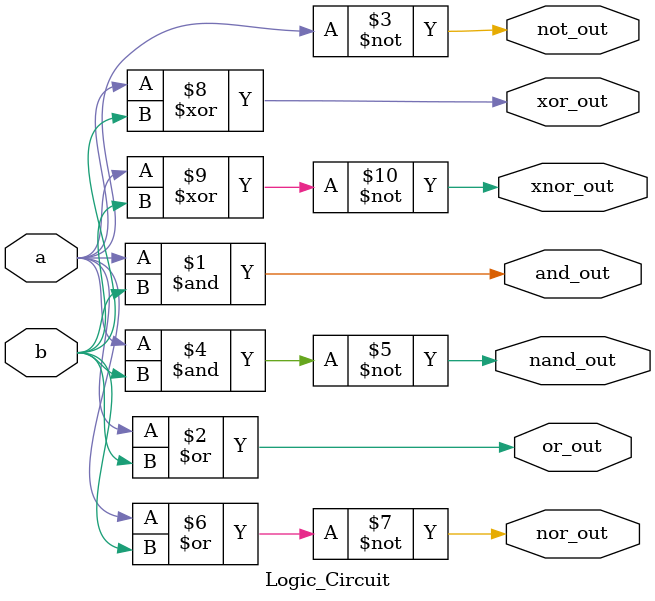
<source format=v>
module Logic_Circuit ( 
    input  wire a,     // Input A 
    input  wire b,     // Input B 
    output wire and_out, 
    output wire or_out, 
    output wire not_out,   // only on A 
    output wire nand_out, 
    output wire nor_out, 
    output wire xor_out, 
    output wire xnor_out 
); 
 
    assign and_out  = a & b;      // AND gate 
    assign or_out   = a | b;      // OR gate 
    assign not_out  = ~a;         // NOT gate (on input A) 
    assign nand_out = ~(a & b);   // NAND gate 
    assign nor_out  = ~(a | b);   // NOR gate 
    assign xor_out  = a ^ b;      // XOR gate 
    assign xnor_out = ~(a ^ b);   // XNOR gate 
 
endmodule
</source>
